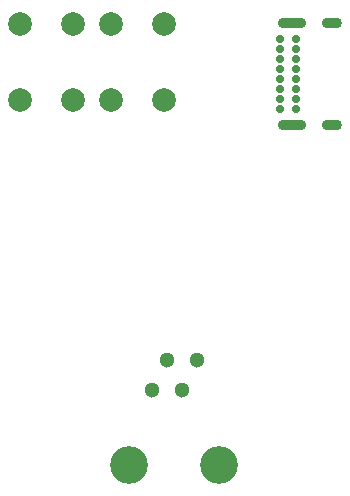
<source format=gbr>
%TF.GenerationSoftware,KiCad,Pcbnew,(6.0.9)*%
%TF.CreationDate,2022-11-27T14:47:39-05:00*%
%TF.ProjectId,Vex_Debug,5665785f-4465-4627-9567-2e6b69636164,rev?*%
%TF.SameCoordinates,Original*%
%TF.FileFunction,Soldermask,Bot*%
%TF.FilePolarity,Negative*%
%FSLAX46Y46*%
G04 Gerber Fmt 4.6, Leading zero omitted, Abs format (unit mm)*
G04 Created by KiCad (PCBNEW (6.0.9)) date 2022-11-27 14:47:39*
%MOMM*%
%LPD*%
G01*
G04 APERTURE LIST*
%ADD10C,0.700000*%
%ADD11O,2.400000X0.900000*%
%ADD12O,1.700000X0.900000*%
%ADD13C,3.200000*%
%ADD14C,1.300000*%
%ADD15C,2.000000*%
G04 APERTURE END LIST*
D10*
%TO.C,J1*%
X103975000Y-85975000D03*
X103975000Y-85125000D03*
X103975000Y-84275000D03*
X103975000Y-83425000D03*
X103975000Y-82575000D03*
X103975000Y-81725000D03*
X103975000Y-80875000D03*
X103975000Y-80025000D03*
X105325000Y-80025000D03*
X105325000Y-80875000D03*
X105325000Y-81725000D03*
X105325000Y-82575000D03*
X105325000Y-83425000D03*
X105325000Y-84275000D03*
X105325000Y-85125000D03*
X105325000Y-85975000D03*
D11*
X104955000Y-78675000D03*
D12*
X108335000Y-87325000D03*
X108335000Y-78675000D03*
D11*
X104955000Y-87325000D03*
%TD*%
D13*
%TO.C,CONN1*%
X98810000Y-116150000D03*
X91190000Y-116150000D03*
D14*
X93095000Y-109800000D03*
X94365000Y-107260000D03*
X95635000Y-109800000D03*
X96905000Y-107260000D03*
%TD*%
D15*
%TO.C,SW1*%
X86450000Y-78750000D03*
X86450000Y-85250000D03*
X81950000Y-78750000D03*
X81950000Y-85250000D03*
%TD*%
%TO.C,SW2*%
X94150000Y-85250000D03*
X94150000Y-78750000D03*
X89650000Y-85250000D03*
X89650000Y-78750000D03*
%TD*%
M02*

</source>
